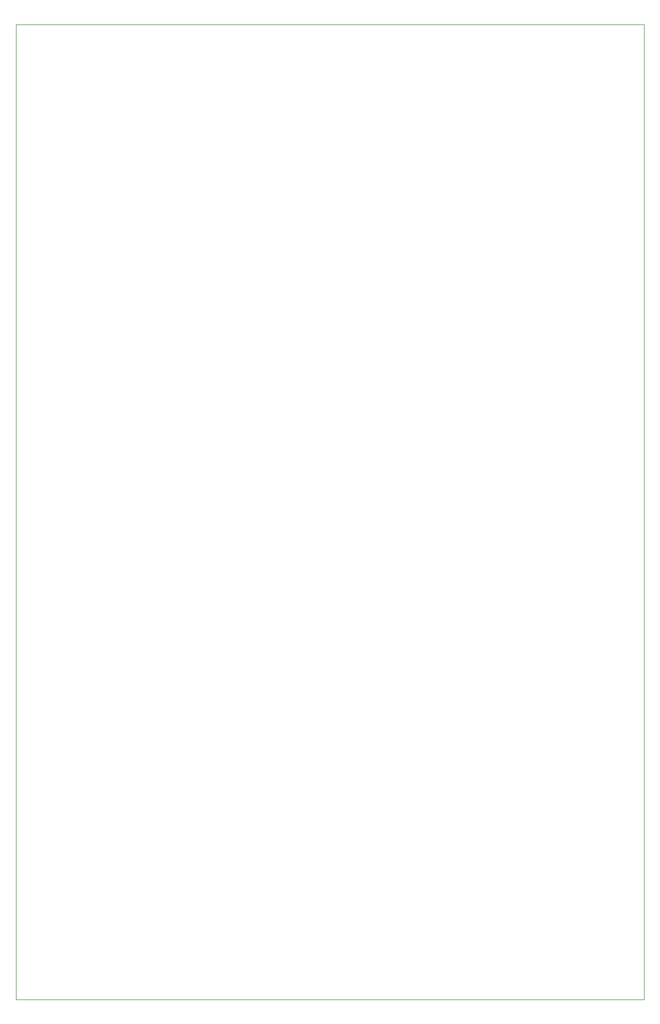
<source format=gbr>
%TF.GenerationSoftware,KiCad,Pcbnew,6.0.2+dfsg-1*%
%TF.CreationDate,2024-07-15T20:38:24+02:00*%
%TF.ProjectId,BUS_Rebuild,4255535f-5265-4627-9569-6c642e6b6963,rev?*%
%TF.SameCoordinates,Original*%
%TF.FileFunction,Profile,NP*%
%FSLAX46Y46*%
G04 Gerber Fmt 4.6, Leading zero omitted, Abs format (unit mm)*
G04 Created by KiCad (PCBNEW 6.0.2+dfsg-1) date 2024-07-15 20:38:24*
%MOMM*%
%LPD*%
G01*
G04 APERTURE LIST*
%TA.AperFunction,Profile*%
%ADD10C,0.100000*%
%TD*%
G04 APERTURE END LIST*
D10*
X26100000Y-24000000D02*
X126100000Y-24000000D01*
X126100000Y-24000000D02*
X126100000Y-179000000D01*
X126100000Y-179000000D02*
X26100000Y-179000000D01*
X26100000Y-179000000D02*
X26100000Y-24000000D01*
M02*

</source>
